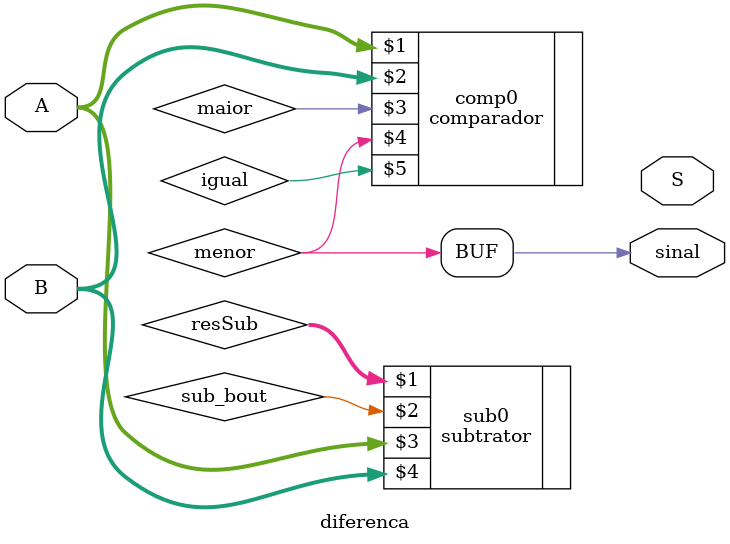
<source format=v>
module diferenca(S, sinal, A, B);
	input [3:0] A;
	input [3:0] B;
	
	output [3:0] S;
	output sinal;
	
	wire maior, menor, igual;
	wire [3:0] resSub;
	wire [3:0] resXor;
	wire sub_bout;
	
	comparador comp0(A, B, maior, menor, igual); // verifica A em relação a B: se ele é maior, menor ou igual
	
	subtrator sub0(resSub, sub_bout, A, B); // subtrai B de A
	
	xor xor0(resXor[0], resSub[0], menor);
	xor xor1(resXor[1], resSub[1], menor);
	xor xor2(resXor[2], resSub[2], menor);
	xor xor3(resXor[3], resSub[3], menor);
	
  // define o sinal da operacao
	
	assign sinal = menor; // 1 = negativo
endmodule 
</source>
